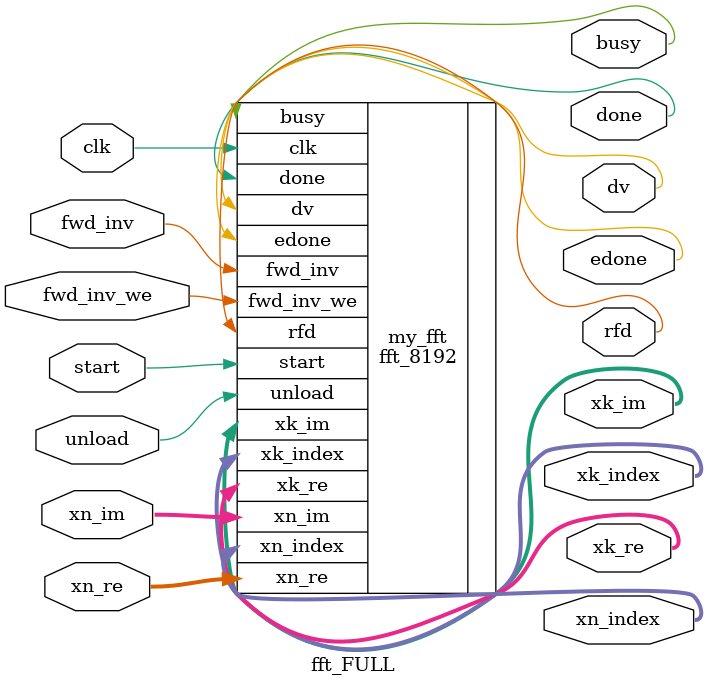
<source format=v>
`timescale 1ns / 1ps
module fft_FULL(input clk, input start, input unload, 
		input [23:0] xn_re, input [23:0] xn_im,
		input fwd_inv, input fwd_inv_we,
		output rfd, output [12:0] xn_index,
		output busy, output edone, output done, output dv,
		output [12:0] xk_index,
		output [37:0] xk_re, output [37:0] xk_im
    );

fft_8192 my_fft (
  .clk(clk), // input clk
  .start(start), // input start
  .unload(unload), // input unload
  .xn_re(xn_re), // input [23 : 0] xn_re
  .xn_im(xn_im), // input [23 : 0] xn_im
  .fwd_inv(fwd_inv), // input fwd_inv
  .fwd_inv_we(fwd_inv_we), // input fwd_inv_we
  .rfd(rfd), // output rfd
  .xn_index(xn_index), // output [12 : 0] xn_index
  .busy(busy), // output busy
  .edone(edone), // output edone
  .done(done), // output done
  .dv(dv), // output dv
  .xk_index(xk_index), // output [12 : 0] xk_index
  .xk_re(xk_re), // output [37 : 0] xk_re
  .xk_im(xk_im) // output [37 : 0] xk_im
);



endmodule

</source>
